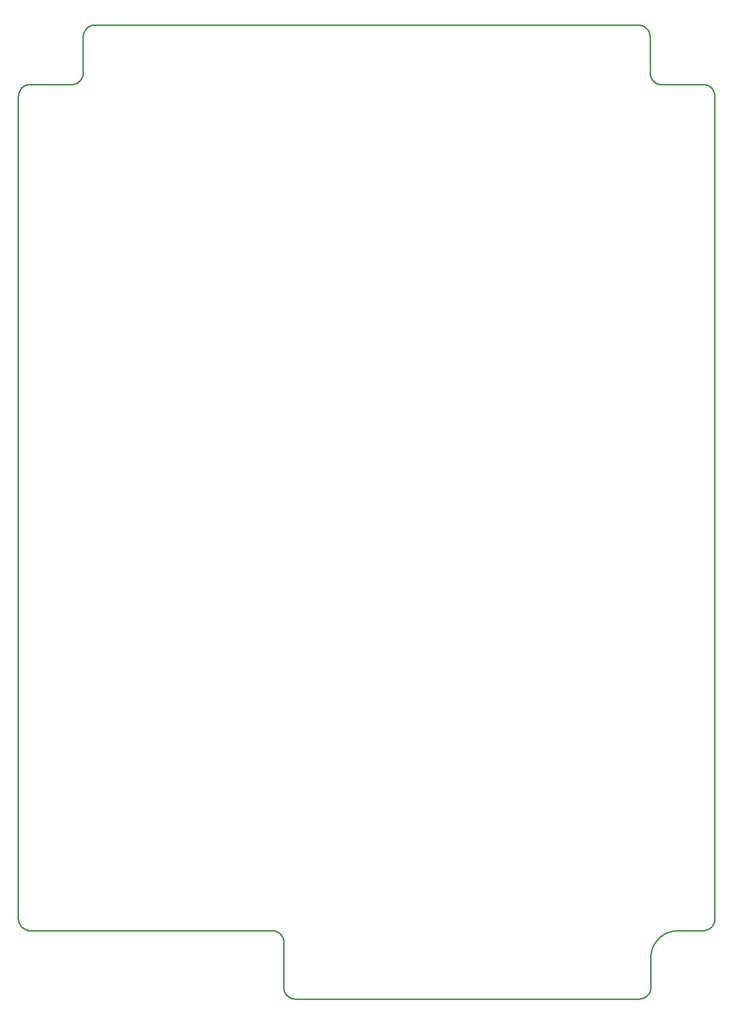
<source format=gbr>
G04 EAGLE Gerber RS-274X export*
G75*
%MOMM*%
%FSLAX34Y34*%
%LPD*%
%INSolderpaste Bottom*%
%IPPOS*%
%AMOC8*
5,1,8,0,0,1.08239X$1,22.5*%
G01*
%ADD10C,0.254000*%


D10*
X0Y136000D02*
X76Y134257D01*
X304Y132527D01*
X681Y130824D01*
X1206Y129160D01*
X1874Y127548D01*
X2680Y126000D01*
X3617Y124528D01*
X4679Y123144D01*
X5858Y121858D01*
X7144Y120679D01*
X8528Y119617D01*
X10000Y118680D01*
X11548Y117874D01*
X13160Y117206D01*
X14824Y116681D01*
X16527Y116304D01*
X18257Y116076D01*
X20000Y116000D01*
X430000Y116000D01*
X431743Y115924D01*
X433473Y115696D01*
X435176Y115319D01*
X436840Y114794D01*
X438452Y114126D01*
X440000Y113321D01*
X441472Y112383D01*
X442856Y111321D01*
X444142Y110142D01*
X445321Y108856D01*
X446383Y107472D01*
X447321Y106000D01*
X448126Y104452D01*
X448794Y102840D01*
X449319Y101176D01*
X449696Y99473D01*
X449924Y97743D01*
X450000Y96000D01*
X450000Y20000D01*
X450076Y18257D01*
X450304Y16527D01*
X450681Y14824D01*
X451206Y13160D01*
X451874Y11548D01*
X452680Y10000D01*
X453617Y8528D01*
X454679Y7144D01*
X455858Y5858D01*
X457144Y4679D01*
X458528Y3617D01*
X460000Y2680D01*
X461548Y1874D01*
X463160Y1206D01*
X464824Y681D01*
X466527Y304D01*
X468257Y76D01*
X470000Y0D01*
X1052340Y0D01*
X1054083Y76D01*
X1055813Y304D01*
X1057516Y681D01*
X1059180Y1206D01*
X1060792Y1874D01*
X1062340Y2680D01*
X1063812Y3617D01*
X1065196Y4679D01*
X1066482Y5858D01*
X1067661Y7144D01*
X1068723Y8528D01*
X1069661Y10000D01*
X1070466Y11548D01*
X1071134Y13160D01*
X1071659Y14824D01*
X1072036Y16527D01*
X1072264Y18257D01*
X1072340Y20000D01*
X1072340Y70006D01*
X1072515Y74013D01*
X1073038Y77989D01*
X1073907Y81905D01*
X1075113Y85730D01*
X1076647Y89435D01*
X1078499Y92993D01*
X1080654Y96376D01*
X1083096Y99558D01*
X1085805Y102515D01*
X1088762Y105224D01*
X1091944Y107666D01*
X1095327Y109821D01*
X1098885Y111673D01*
X1102590Y113207D01*
X1106415Y114413D01*
X1110331Y115282D01*
X1114307Y115805D01*
X1118314Y115980D01*
X1161128Y115980D01*
X1162871Y116056D01*
X1164601Y116284D01*
X1166304Y116661D01*
X1167968Y117186D01*
X1169580Y117854D01*
X1171128Y118660D01*
X1172600Y119597D01*
X1173984Y120659D01*
X1175270Y121838D01*
X1176449Y123124D01*
X1177511Y124508D01*
X1178449Y125980D01*
X1179254Y127528D01*
X1179922Y129140D01*
X1180447Y130804D01*
X1180824Y132507D01*
X1181052Y134237D01*
X1181128Y135980D01*
X1181128Y1530000D01*
X1181052Y1531743D01*
X1180824Y1533473D01*
X1180447Y1535176D01*
X1179922Y1536840D01*
X1179254Y1538452D01*
X1178449Y1540000D01*
X1177511Y1541472D01*
X1176449Y1542856D01*
X1175270Y1544142D01*
X1173984Y1545321D01*
X1172600Y1546383D01*
X1171128Y1547321D01*
X1169580Y1548126D01*
X1167968Y1548794D01*
X1166304Y1549319D01*
X1164601Y1549696D01*
X1162871Y1549924D01*
X1161128Y1550000D01*
X1091128Y1550000D01*
X1089385Y1550076D01*
X1087655Y1550304D01*
X1085952Y1550681D01*
X1084288Y1551206D01*
X1082676Y1551874D01*
X1081128Y1552680D01*
X1079656Y1553617D01*
X1078272Y1554679D01*
X1076986Y1555858D01*
X1075807Y1557144D01*
X1074745Y1558528D01*
X1073808Y1560000D01*
X1073002Y1561548D01*
X1072334Y1563160D01*
X1071809Y1564824D01*
X1071432Y1566527D01*
X1071204Y1568257D01*
X1071128Y1570000D01*
X1071128Y1630032D01*
X1071094Y1631798D01*
X1070904Y1633575D01*
X1070560Y1635329D01*
X1070065Y1637047D01*
X1069422Y1638715D01*
X1068636Y1640320D01*
X1067713Y1641851D01*
X1066660Y1643296D01*
X1065485Y1644643D01*
X1064198Y1645883D01*
X1062807Y1647006D01*
X1061323Y1648003D01*
X1059759Y1648867D01*
X1058124Y1649592D01*
X1056433Y1650171D01*
X1054698Y1650601D01*
X1052932Y1650878D01*
X1051149Y1651000D01*
X129986Y1651000D01*
X128244Y1650923D01*
X126515Y1650695D01*
X124812Y1650317D01*
X123149Y1649792D01*
X121538Y1649124D01*
X119991Y1648318D01*
X118520Y1647381D01*
X117137Y1646319D01*
X115851Y1645140D01*
X114673Y1643853D01*
X113612Y1642469D01*
X112675Y1640998D01*
X111870Y1639451D01*
X111204Y1637839D01*
X110680Y1636176D01*
X110303Y1634473D01*
X110076Y1632744D01*
X110000Y1631001D01*
X110000Y1570000D01*
X109924Y1568257D01*
X109696Y1566527D01*
X109319Y1564824D01*
X108794Y1563160D01*
X108126Y1561548D01*
X107321Y1560000D01*
X106383Y1558528D01*
X105321Y1557144D01*
X104142Y1555858D01*
X102856Y1554679D01*
X101472Y1553617D01*
X100000Y1552680D01*
X98452Y1551874D01*
X96840Y1551206D01*
X95176Y1550681D01*
X93473Y1550304D01*
X91743Y1550076D01*
X90000Y1550000D01*
X20000Y1550000D01*
X18257Y1549924D01*
X16527Y1549696D01*
X14824Y1549319D01*
X13160Y1548794D01*
X11548Y1548126D01*
X10000Y1547321D01*
X8528Y1546383D01*
X7144Y1545321D01*
X5858Y1544142D01*
X4679Y1542856D01*
X3617Y1541472D01*
X2680Y1540000D01*
X1874Y1538452D01*
X1206Y1536840D01*
X681Y1535176D01*
X304Y1533473D01*
X76Y1531743D01*
X0Y1530000D01*
X0Y136000D01*
M02*

</source>
